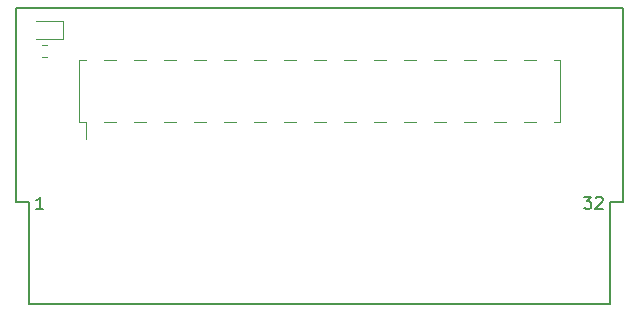
<source format=gbr>
G04 #@! TF.GenerationSoftware,KiCad,Pcbnew,5.1.6-c6e7f7d~86~ubuntu20.04.1*
G04 #@! TF.CreationDate,2020-05-17T16:02:51+03:00*
G04 #@! TF.ProjectId,GB-BRK-M-XS,47422d42-524b-42d4-9d2d-58532e6b6963,v1.0*
G04 #@! TF.SameCoordinates,Original*
G04 #@! TF.FileFunction,Legend,Top*
G04 #@! TF.FilePolarity,Positive*
%FSLAX46Y46*%
G04 Gerber Fmt 4.6, Leading zero omitted, Abs format (unit mm)*
G04 Created by KiCad (PCBNEW 5.1.6-c6e7f7d~86~ubuntu20.04.1) date 2020-05-17 16:02:51*
%MOMM*%
%LPD*%
G01*
G04 APERTURE LIST*
G04 #@! TA.AperFunction,Profile*
%ADD10C,0.150000*%
G04 #@! TD*
%ADD11C,0.120000*%
%ADD12C,0.150000*%
G04 APERTURE END LIST*
D10*
X74300000Y-75000000D02*
X125700000Y-75000000D01*
X74300000Y-91400000D02*
X74300000Y-75000000D01*
X75400000Y-91400000D02*
X74300000Y-91400000D01*
X75400000Y-100000000D02*
X75400000Y-91400000D01*
X125700000Y-91400000D02*
X125700000Y-75000000D01*
X124600000Y-91400000D02*
X125700000Y-91400000D01*
X124600000Y-100000000D02*
X124600000Y-91400000D01*
X75400000Y-100000000D02*
X124600000Y-100000000D01*
D11*
X78270000Y-76040000D02*
X76000000Y-76040000D01*
X78270000Y-77560000D02*
X78270000Y-76040000D01*
X76000000Y-77560000D02*
X78270000Y-77560000D01*
X117270000Y-79400000D02*
X118290000Y-79400000D01*
X117270000Y-84600000D02*
X118290000Y-84600000D01*
X114730000Y-79400000D02*
X115750000Y-79400000D01*
X114730000Y-84600000D02*
X115750000Y-84600000D01*
X112190000Y-79400000D02*
X113210000Y-79400000D01*
X112190000Y-84600000D02*
X113210000Y-84600000D01*
X109650000Y-79400000D02*
X110670000Y-79400000D01*
X109650000Y-84600000D02*
X110670000Y-84600000D01*
X107110000Y-79400000D02*
X108130000Y-79400000D01*
X107110000Y-84600000D02*
X108130000Y-84600000D01*
X104570000Y-79400000D02*
X105590000Y-79400000D01*
X104570000Y-84600000D02*
X105590000Y-84600000D01*
X102030000Y-79400000D02*
X103050000Y-79400000D01*
X102030000Y-84600000D02*
X103050000Y-84600000D01*
X99490000Y-79400000D02*
X100510000Y-79400000D01*
X99490000Y-84600000D02*
X100510000Y-84600000D01*
X96950000Y-79400000D02*
X97970000Y-79400000D01*
X96950000Y-84600000D02*
X97970000Y-84600000D01*
X94410000Y-79400000D02*
X95430000Y-79400000D01*
X94410000Y-84600000D02*
X95430000Y-84600000D01*
X91870000Y-79400000D02*
X92890000Y-79400000D01*
X91870000Y-84600000D02*
X92890000Y-84600000D01*
X89330000Y-79400000D02*
X90350000Y-79400000D01*
X89330000Y-84600000D02*
X90350000Y-84600000D01*
X86790000Y-79400000D02*
X87810000Y-79400000D01*
X86790000Y-84600000D02*
X87810000Y-84600000D01*
X84250000Y-79400000D02*
X85270000Y-79400000D01*
X84250000Y-84600000D02*
X85270000Y-84600000D01*
X81710000Y-79400000D02*
X82730000Y-79400000D01*
X81710000Y-84600000D02*
X82730000Y-84600000D01*
X119810000Y-79400000D02*
X120380000Y-79400000D01*
X119810000Y-84600000D02*
X120380000Y-84600000D01*
X79620000Y-79400000D02*
X80190000Y-79400000D01*
X79620000Y-84600000D02*
X80190000Y-84600000D01*
X80190000Y-86040000D02*
X80190000Y-84600000D01*
X120380000Y-84600000D02*
X120380000Y-79400000D01*
X79620000Y-84600000D02*
X79620000Y-79400000D01*
X76920000Y-78090000D02*
X76480000Y-78090000D01*
X76920000Y-79110000D02*
X76480000Y-79110000D01*
D12*
X122390476Y-90952380D02*
X123009523Y-90952380D01*
X122676190Y-91333333D01*
X122819047Y-91333333D01*
X122914285Y-91380952D01*
X122961904Y-91428571D01*
X123009523Y-91523809D01*
X123009523Y-91761904D01*
X122961904Y-91857142D01*
X122914285Y-91904761D01*
X122819047Y-91952380D01*
X122533333Y-91952380D01*
X122438095Y-91904761D01*
X122390476Y-91857142D01*
X123390476Y-91047619D02*
X123438095Y-91000000D01*
X123533333Y-90952380D01*
X123771428Y-90952380D01*
X123866666Y-91000000D01*
X123914285Y-91047619D01*
X123961904Y-91142857D01*
X123961904Y-91238095D01*
X123914285Y-91380952D01*
X123342857Y-91952380D01*
X123961904Y-91952380D01*
X76585714Y-91952380D02*
X76014285Y-91952380D01*
X76300000Y-91952380D02*
X76300000Y-90952380D01*
X76204761Y-91095238D01*
X76109523Y-91190476D01*
X76014285Y-91238095D01*
M02*

</source>
